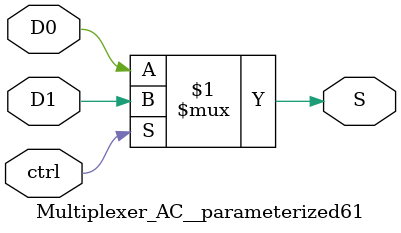
<source format=v>

module Multiplexer_AC__parameterized61
   (ctrl,
    D0,
    D1,
    S);
  input ctrl;
  input [0:0]D0;
  input [0:0]D1;
  output [0:0]S;

  wire [0:0]S;

  assign S = ctrl ? D1 : D0;
endmodule
</source>
